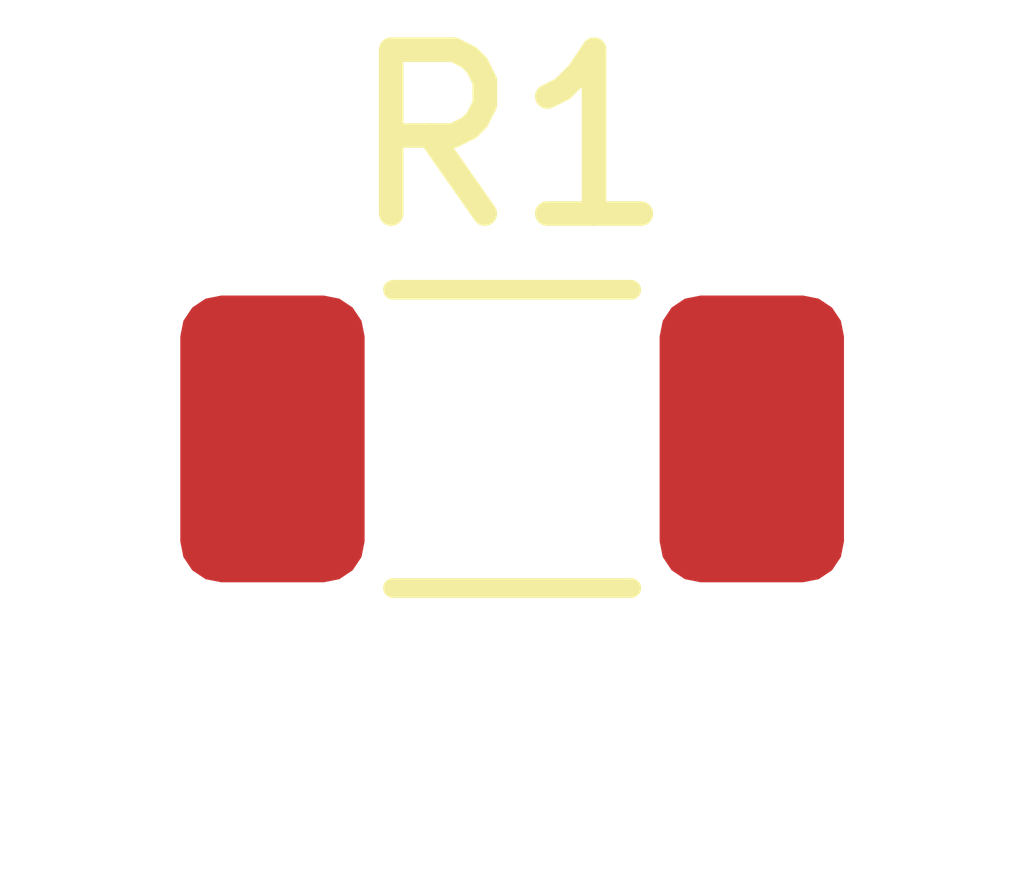
<source format=kicad_pcb>
(kicad_pcb (version 20241229) (generator "pcbnew") (generator_version "9.0")
  (layers (0 "F.Cu" signal) (2 "B.Cu" signal) (13 "F.Paste" user) (15 "B.Paste" user) (5 "F.SilkS" user "F.Silkscreen") (7 "B.SilkS" user "B.Silkscreen") (1 "F.Mask" user) (3 "B.Mask" user) (25 "Edge.Cuts" user))
  (net 0 "")
  (footprint "Resistor_SMD:R_1206_3216Metric" (layer "F.Cu") (at 133.5375 99)
    (property "Reference" "R1" (at 0 -1.83 0) (layer "F.SilkS"))
    (property "Value" "R_Small")
    (fp_line (start -0.727064 -0.91) (end 0.727064 -0.91) (stroke (width 0.12)) (layer "F.SilkS"))
    (fp_line (start -0.727064 0.91) (end 0.727064 0.91) (stroke (width 0.12)) (layer "F.SilkS"))
    (pad "1" smd roundrect (at -1.4625 0) (size 1.125 1.75) (layers "F.Cu" "F.Mask" "F.Paste") (roundrect_rratio 0.222222))
    (pad "2" smd roundrect (at 1.4625 0) (size 1.125 1.75) (layers "F.Cu" "F.Mask" "F.Paste") (roundrect_rratio 0.222222))
  )
)
</source>
